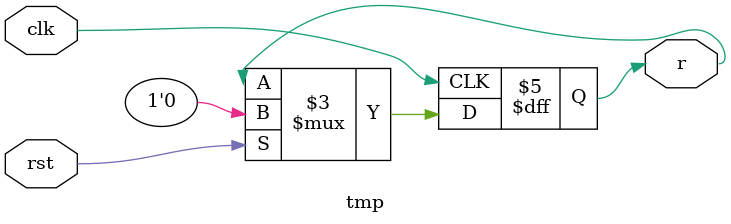
<source format=v>
`timescale 1ns / 1ps
module tmp(
    input clk,
    input rst,
	 output reg r
    );

always @ (posedge clk)
if(rst)
	r <= 1'b0;
else
	r <= r;

endmodule

</source>
